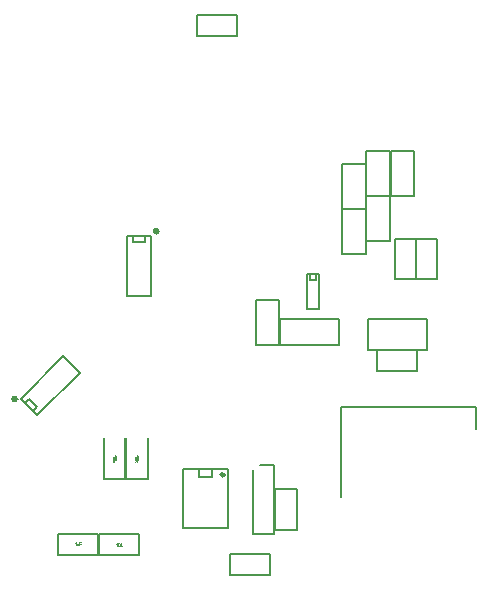
<source format=gbo>
%FSLAX34Y34*%
%MOMM*%
%LNSILK_BOTTOM*%
G71*
G01*
%ADD10C, 0.150*%
%ADD11C, 0.300*%
%ADD12C, 0.033*%
%ADD13C, 0.200*%
%ADD14C, 0.000*%
%LPD*%
G54D10*
X488559Y-348698D02*
X488560Y-322698D01*
X438559Y-322698D01*
X438560Y-348698D01*
X488559Y-348698D01*
G54D10*
X397337Y-284537D02*
X386637Y-284537D01*
X386637Y-314737D01*
X397337Y-314737D01*
X397337Y-284537D01*
G54D10*
X394537Y-284537D02*
X389437Y-284537D01*
X389437Y-290137D01*
X394537Y-290137D01*
X394537Y-284537D01*
G54D10*
X413986Y-322744D02*
X413986Y-344744D01*
X363986Y-344744D01*
X363986Y-322744D01*
X413986Y-322744D01*
G54D10*
X363266Y-344748D02*
X343265Y-344748D01*
X343265Y-306748D01*
X363266Y-306748D01*
X363266Y-344748D01*
G54D10*
X416587Y-229851D02*
X436587Y-229851D01*
X436587Y-267851D01*
X416587Y-267851D01*
X416587Y-229851D01*
G54D10*
X293983Y-82990D02*
X293983Y-64990D01*
X327983Y-64990D01*
X327983Y-82990D01*
X293983Y-82990D01*
G54D10*
X320216Y-499905D02*
X320216Y-449905D01*
X282215Y-449905D01*
X282215Y-499905D01*
X320216Y-499905D01*
G54D10*
X306716Y-456505D02*
X306715Y-449905D01*
X295715Y-449905D01*
X295715Y-456505D01*
X306716Y-456505D01*
G54D11*
G75*
G01X316212Y-454478D02*
G03X316212Y-454478I-1000J0D01*
G01*
G36*
G75*
G01X316212Y-454478D02*
G03X316212Y-454478I-1000J0D01*
G01*
G37*
X316212Y-454478D01*
G54D10*
X347136Y-446677D02*
X359184Y-446677D01*
X359184Y-480677D01*
G54D10*
X378149Y-501011D02*
X360149Y-501011D01*
X360148Y-467011D01*
X378149Y-467011D01*
X378149Y-501011D01*
G54D10*
X158568Y-404308D02*
X144426Y-390166D01*
X180559Y-354033D01*
X194702Y-368175D01*
X158568Y-404308D01*
G54D10*
X155032Y-400773D02*
X147962Y-393702D01*
X151497Y-390166D01*
X158568Y-397237D01*
X155032Y-400773D01*
G54D10*
X244563Y-522544D02*
X244563Y-504544D01*
X210563Y-504544D01*
X210563Y-522544D01*
X244563Y-522544D01*
G54D12*
X224967Y-513603D02*
X225967Y-512603D01*
X225967Y-515270D01*
G54D12*
X228300Y-513103D02*
X228300Y-514770D01*
X228100Y-515103D01*
X227700Y-515269D01*
X227300Y-515270D01*
X226900Y-515103D01*
X226700Y-514769D01*
X226700Y-513103D01*
X226900Y-512769D01*
X227300Y-512603D01*
X227700Y-512603D01*
X228100Y-512769D01*
X228300Y-513103D01*
G54D12*
X229033Y-515269D02*
X229033Y-512603D01*
G54D12*
X229633Y-514269D02*
X230233Y-515269D01*
G54D12*
X229033Y-514603D02*
X230233Y-513769D01*
G54D10*
X341183Y-450646D02*
X341183Y-480677D01*
G54D10*
X341183Y-470820D02*
X341183Y-504820D01*
X359183Y-504820D01*
X359183Y-470820D01*
G54D13*
X415723Y-473196D02*
X415724Y-396995D01*
G54D13*
X517324Y-396996D02*
X415724Y-396995D01*
G54D13*
X530023Y-396996D02*
X428424Y-396996D01*
G54D13*
X530023Y-415995D02*
X530023Y-403396D01*
G54D13*
X530023Y-409595D02*
X530023Y-396996D01*
G54D10*
X416587Y-191354D02*
X436587Y-191354D01*
X436587Y-229354D01*
X416587Y-229354D01*
X416587Y-191354D01*
G54D10*
X437224Y-219056D02*
X457224Y-219056D01*
X457224Y-257056D01*
X437224Y-257056D01*
X437224Y-219056D01*
G54D10*
X437224Y-180559D02*
X457224Y-180559D01*
X457224Y-218559D01*
X437224Y-218559D01*
X437224Y-180559D01*
G54D10*
X457862Y-180559D02*
X477862Y-180559D01*
X477862Y-218559D01*
X457862Y-218559D01*
X457862Y-180559D01*
G54D10*
X497322Y-289256D02*
X479322Y-289256D01*
X479322Y-255256D01*
X497322Y-255256D01*
X497322Y-289256D01*
G54D10*
X479066Y-289256D02*
X461066Y-289256D01*
X461066Y-255256D01*
X479066Y-255256D01*
X479066Y-289256D01*
G54D10*
X176064Y-504544D02*
X176064Y-522544D01*
X210064Y-522544D01*
X210064Y-504544D01*
X176064Y-504544D01*
G54D12*
X190389Y-512819D02*
X191389Y-511819D01*
X191389Y-514485D01*
G54D12*
X193322Y-512985D02*
X193322Y-514485D01*
G54D12*
X193322Y-514152D02*
X193122Y-514419D01*
X192722Y-514485D01*
X192322Y-514419D01*
X192122Y-514152D01*
X192122Y-512985D01*
G54D12*
X194055Y-514485D02*
X194055Y-511819D01*
X195455Y-511819D01*
G54D12*
X194055Y-513152D02*
X195455Y-513152D01*
G54D10*
X234630Y-252627D02*
X254630Y-252627D01*
X254630Y-303727D01*
X234630Y-303727D01*
X234630Y-252627D01*
G54D10*
X239630Y-252627D02*
X249630Y-252627D01*
X249630Y-257627D01*
X239630Y-257627D01*
X239630Y-252627D01*
G54D10*
X321652Y-539574D02*
X321652Y-521574D01*
X355652Y-521574D01*
X355652Y-539574D01*
X321652Y-539574D01*
G54D14*
G75*
G01X141803Y-390526D02*
G03X141803Y-390526I-2500J0D01*
G01*
G36*
G75*
G01X141803Y-390526D02*
G03X141803Y-390526I-2500J0D01*
G01*
G37*
X141803Y-390526D01*
G54D14*
G75*
G01X261659Y-248445D02*
G03X261659Y-248445I-2500J0D01*
G01*
G36*
G75*
G01X261659Y-248445D02*
G03X261659Y-248445I-2500J0D01*
G01*
G37*
X261659Y-248445D01*
G54D12*
X223932Y-438320D02*
X224932Y-439320D01*
X222265Y-439320D01*
G54D12*
X224432Y-441653D02*
X222765Y-441653D01*
X222432Y-441453D01*
X222266Y-441053D01*
X222265Y-440653D01*
X222432Y-440253D01*
X222766Y-440053D01*
X224432Y-440053D01*
X224766Y-440253D01*
X224932Y-440653D01*
X224932Y-441053D01*
X224766Y-441453D01*
X224432Y-441653D01*
G54D12*
X222266Y-442386D02*
X224932Y-442386D01*
G54D12*
X223266Y-442986D02*
X222266Y-443586D01*
G54D12*
X222932Y-442386D02*
X223766Y-443586D01*
G54D10*
X234041Y-423916D02*
X234041Y-457916D01*
X252041Y-457916D01*
X252041Y-423916D01*
G54D12*
X242982Y-438320D02*
X243982Y-439320D01*
X241315Y-439320D01*
G54D12*
X243482Y-441653D02*
X241815Y-441653D01*
X241482Y-441453D01*
X241316Y-441053D01*
X241315Y-440653D01*
X241482Y-440253D01*
X241816Y-440053D01*
X243482Y-440053D01*
X243816Y-440253D01*
X243982Y-440653D01*
X243982Y-441053D01*
X243816Y-441453D01*
X243482Y-441653D01*
G54D12*
X241316Y-442386D02*
X243982Y-442386D01*
G54D12*
X242316Y-442986D02*
X241316Y-443586D01*
G54D12*
X241982Y-442386D02*
X242816Y-443586D01*
G54D10*
X232991Y-423916D02*
X232991Y-457916D01*
X214991Y-457916D01*
X214991Y-423916D01*
G54D10*
X446318Y-366703D02*
X446318Y-348704D01*
X480318Y-348703D01*
X480319Y-366704D01*
X446318Y-366703D01*
M02*

</source>
